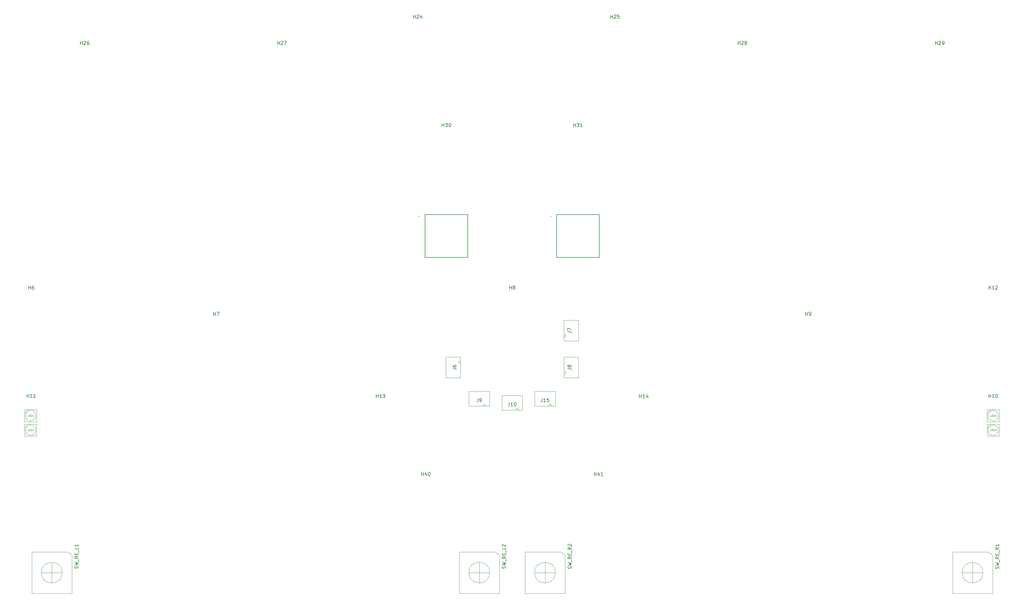
<source format=gbr>
G04 #@! TF.GenerationSoftware,KiCad,Pcbnew,(6.0.10-0)*
G04 #@! TF.CreationDate,2023-02-15T16:38:13+09:00*
G04 #@! TF.ProjectId,Sandy,53616e64-792e-46b6-9963-61645f706362,v.0*
G04 #@! TF.SameCoordinates,Original*
G04 #@! TF.FileFunction,AssemblyDrawing,Top*
%FSLAX46Y46*%
G04 Gerber Fmt 4.6, Leading zero omitted, Abs format (unit mm)*
G04 Created by KiCad (PCBNEW (6.0.10-0)) date 2023-02-15 16:38:13*
%MOMM*%
%LPD*%
G01*
G04 APERTURE LIST*
%ADD10C,0.100000*%
%ADD11C,0.150000*%
%ADD12C,0.120000*%
%ADD13C,0.127000*%
%ADD14C,0.200000*%
G04 APERTURE END LIST*
D10*
X23898911Y-140057720D02*
X23660815Y-140057720D01*
X23660815Y-139557720D01*
X24065577Y-139795815D02*
X24232244Y-139795815D01*
X24303673Y-140057720D02*
X24065577Y-140057720D01*
X24065577Y-139557720D01*
X24303673Y-139557720D01*
X24517958Y-140057720D02*
X24517958Y-139557720D01*
X24637006Y-139557720D01*
X24708435Y-139581530D01*
X24756054Y-139629149D01*
X24779863Y-139676768D01*
X24803673Y-139772006D01*
X24803673Y-139843434D01*
X24779863Y-139938672D01*
X24756054Y-139986291D01*
X24708435Y-140033910D01*
X24637006Y-140057720D01*
X24517958Y-140057720D01*
X25279863Y-140057720D02*
X24994149Y-140057720D01*
X25137006Y-140057720D02*
X25137006Y-139557720D01*
X25089387Y-139629149D01*
X25041768Y-139676768D01*
X24994149Y-139700577D01*
X23898911Y-144257720D02*
X23660815Y-144257720D01*
X23660815Y-143757720D01*
X24065577Y-143995815D02*
X24232244Y-143995815D01*
X24303673Y-144257720D02*
X24065577Y-144257720D01*
X24065577Y-143757720D01*
X24303673Y-143757720D01*
X24517958Y-144257720D02*
X24517958Y-143757720D01*
X24637006Y-143757720D01*
X24708435Y-143781530D01*
X24756054Y-143829149D01*
X24779863Y-143876768D01*
X24803673Y-143972006D01*
X24803673Y-144043434D01*
X24779863Y-144138672D01*
X24756054Y-144186291D01*
X24708435Y-144233910D01*
X24637006Y-144257720D01*
X24517958Y-144257720D01*
X24994149Y-143805339D02*
X25017958Y-143781530D01*
X25065577Y-143757720D01*
X25184625Y-143757720D01*
X25232244Y-143781530D01*
X25256054Y-143805339D01*
X25279863Y-143852958D01*
X25279863Y-143900577D01*
X25256054Y-143972006D01*
X24970339Y-144257720D01*
X25279863Y-144257720D01*
X302698911Y-140057720D02*
X302460815Y-140057720D01*
X302460815Y-139557720D01*
X302865577Y-139795815D02*
X303032244Y-139795815D01*
X303103673Y-140057720D02*
X302865577Y-140057720D01*
X302865577Y-139557720D01*
X303103673Y-139557720D01*
X303317958Y-140057720D02*
X303317958Y-139557720D01*
X303437006Y-139557720D01*
X303508435Y-139581530D01*
X303556054Y-139629149D01*
X303579863Y-139676768D01*
X303603673Y-139772006D01*
X303603673Y-139843434D01*
X303579863Y-139938672D01*
X303556054Y-139986291D01*
X303508435Y-140033910D01*
X303437006Y-140057720D01*
X303317958Y-140057720D01*
X303770339Y-139557720D02*
X304079863Y-139557720D01*
X303913196Y-139748196D01*
X303984625Y-139748196D01*
X304032244Y-139772006D01*
X304056054Y-139795815D01*
X304079863Y-139843434D01*
X304079863Y-139962482D01*
X304056054Y-140010101D01*
X304032244Y-140033910D01*
X303984625Y-140057720D01*
X303841768Y-140057720D01*
X303794149Y-140033910D01*
X303770339Y-140010101D01*
X302698911Y-144257720D02*
X302460815Y-144257720D01*
X302460815Y-143757720D01*
X302865577Y-143995815D02*
X303032244Y-143995815D01*
X303103673Y-144257720D02*
X302865577Y-144257720D01*
X302865577Y-143757720D01*
X303103673Y-143757720D01*
X303317958Y-144257720D02*
X303317958Y-143757720D01*
X303437006Y-143757720D01*
X303508435Y-143781530D01*
X303556054Y-143829149D01*
X303579863Y-143876768D01*
X303603673Y-143972006D01*
X303603673Y-144043434D01*
X303579863Y-144138672D01*
X303556054Y-144186291D01*
X303508435Y-144233910D01*
X303437006Y-144257720D01*
X303317958Y-144257720D01*
X304032244Y-143924387D02*
X304032244Y-144257720D01*
X303913196Y-143733910D02*
X303794149Y-144091053D01*
X304103673Y-144091053D01*
D11*
X304889356Y-184204509D02*
X304936975Y-184061651D01*
X304936975Y-183823556D01*
X304889356Y-183728318D01*
X304841737Y-183680699D01*
X304746499Y-183633080D01*
X304651261Y-183633080D01*
X304556023Y-183680699D01*
X304508404Y-183728318D01*
X304460785Y-183823556D01*
X304413166Y-184014032D01*
X304365547Y-184109270D01*
X304317928Y-184156890D01*
X304222690Y-184204509D01*
X304127452Y-184204509D01*
X304032214Y-184156890D01*
X303984595Y-184109270D01*
X303936975Y-184014032D01*
X303936975Y-183775937D01*
X303984595Y-183633080D01*
X303936975Y-183299747D02*
X304936975Y-183061651D01*
X304222690Y-182871175D01*
X304936975Y-182680699D01*
X303936975Y-182442604D01*
X305032214Y-182299747D02*
X305032214Y-181537842D01*
X304936975Y-180728318D02*
X304460785Y-181061651D01*
X304936975Y-181299747D02*
X303936975Y-181299747D01*
X303936975Y-180918794D01*
X303984595Y-180823556D01*
X304032214Y-180775937D01*
X304127452Y-180728318D01*
X304270309Y-180728318D01*
X304365547Y-180775937D01*
X304413166Y-180823556D01*
X304460785Y-180918794D01*
X304460785Y-181299747D01*
X304413166Y-180299747D02*
X304413166Y-179966413D01*
X304936975Y-179823556D02*
X304936975Y-180299747D01*
X303936975Y-180299747D01*
X303936975Y-179823556D01*
X305032214Y-179633080D02*
X305032214Y-178871175D01*
X304936975Y-178061651D02*
X304460785Y-178394985D01*
X304936975Y-178633080D02*
X303936975Y-178633080D01*
X303936975Y-178252128D01*
X303984595Y-178156890D01*
X304032214Y-178109270D01*
X304127452Y-178061651D01*
X304270309Y-178061651D01*
X304365547Y-178109270D01*
X304413166Y-178156890D01*
X304460785Y-178252128D01*
X304460785Y-178633080D01*
X304936975Y-177109270D02*
X304936975Y-177680699D01*
X304936975Y-177394985D02*
X303936975Y-177394985D01*
X304079833Y-177490223D01*
X304175071Y-177585461D01*
X304222690Y-177680699D01*
X180054565Y-126158613D02*
X180768851Y-126158613D01*
X180911708Y-126206232D01*
X181006946Y-126301470D01*
X181054565Y-126444327D01*
X181054565Y-126539565D01*
X180483137Y-125539565D02*
X180435518Y-125634803D01*
X180387899Y-125682422D01*
X180292661Y-125730041D01*
X180245042Y-125730041D01*
X180149804Y-125682422D01*
X180102185Y-125634803D01*
X180054565Y-125539565D01*
X180054565Y-125349089D01*
X180102185Y-125253851D01*
X180149804Y-125206232D01*
X180245042Y-125158613D01*
X180292661Y-125158613D01*
X180387899Y-125206232D01*
X180435518Y-125253851D01*
X180483137Y-125349089D01*
X180483137Y-125539565D01*
X180530756Y-125634803D01*
X180578375Y-125682422D01*
X180673613Y-125730041D01*
X180864089Y-125730041D01*
X180959327Y-125682422D01*
X181006946Y-125634803D01*
X181054565Y-125539565D01*
X181054565Y-125349089D01*
X181006946Y-125253851D01*
X180959327Y-125206232D01*
X180864089Y-125158613D01*
X180673613Y-125158613D01*
X180578375Y-125206232D01*
X180530756Y-125253851D01*
X180483137Y-125349089D01*
X301998464Y-134612035D02*
X301998464Y-133612035D01*
X301998464Y-134088226D02*
X302569893Y-134088226D01*
X302569893Y-134612035D02*
X302569893Y-133612035D01*
X303569893Y-134612035D02*
X302998464Y-134612035D01*
X303284179Y-134612035D02*
X303284179Y-133612035D01*
X303188940Y-133754893D01*
X303093702Y-133850131D01*
X302998464Y-133897750D01*
X304188940Y-133612035D02*
X304284179Y-133612035D01*
X304379417Y-133659655D01*
X304427036Y-133707274D01*
X304474655Y-133802512D01*
X304522274Y-133992988D01*
X304522274Y-134231083D01*
X304474655Y-134421559D01*
X304427036Y-134516797D01*
X304379417Y-134564416D01*
X304284179Y-134612035D01*
X304188940Y-134612035D01*
X304093702Y-134564416D01*
X304046083Y-134516797D01*
X303998464Y-134421559D01*
X303950845Y-134231083D01*
X303950845Y-133992988D01*
X303998464Y-133802512D01*
X304046083Y-133707274D01*
X304093702Y-133659655D01*
X304188940Y-133612035D01*
X154075101Y-134802660D02*
X154075101Y-135516946D01*
X154027482Y-135659803D01*
X153932244Y-135755041D01*
X153789387Y-135802660D01*
X153694149Y-135802660D01*
X154598911Y-135802660D02*
X154789387Y-135802660D01*
X154884625Y-135755041D01*
X154932244Y-135707422D01*
X155027482Y-135564565D01*
X155075101Y-135374089D01*
X155075101Y-134993137D01*
X155027482Y-134897899D01*
X154979863Y-134850280D01*
X154884625Y-134802660D01*
X154694149Y-134802660D01*
X154598911Y-134850280D01*
X154551292Y-134897899D01*
X154503673Y-134993137D01*
X154503673Y-135231232D01*
X154551292Y-135326470D01*
X154598911Y-135374089D01*
X154694149Y-135421708D01*
X154884625Y-135421708D01*
X154979863Y-135374089D01*
X155027482Y-135326470D01*
X155075101Y-135231232D01*
X38188236Y-184109270D02*
X38235855Y-183966413D01*
X38235855Y-183728318D01*
X38188236Y-183633080D01*
X38140617Y-183585461D01*
X38045379Y-183537842D01*
X37950141Y-183537842D01*
X37854903Y-183585461D01*
X37807284Y-183633080D01*
X37759665Y-183728318D01*
X37712046Y-183918794D01*
X37664427Y-184014032D01*
X37616808Y-184061651D01*
X37521570Y-184109270D01*
X37426332Y-184109270D01*
X37331094Y-184061651D01*
X37283475Y-184014032D01*
X37235855Y-183918794D01*
X37235855Y-183680699D01*
X37283475Y-183537842D01*
X37235855Y-183204509D02*
X38235855Y-182966413D01*
X37521570Y-182775937D01*
X38235855Y-182585461D01*
X37235855Y-182347366D01*
X38331094Y-182204509D02*
X38331094Y-181442604D01*
X38235855Y-180633080D02*
X37759665Y-180966413D01*
X38235855Y-181204509D02*
X37235855Y-181204509D01*
X37235855Y-180823556D01*
X37283475Y-180728318D01*
X37331094Y-180680699D01*
X37426332Y-180633080D01*
X37569189Y-180633080D01*
X37664427Y-180680699D01*
X37712046Y-180728318D01*
X37759665Y-180823556D01*
X37759665Y-181204509D01*
X37712046Y-180204509D02*
X37712046Y-179871175D01*
X38235855Y-179728318D02*
X38235855Y-180204509D01*
X37235855Y-180204509D01*
X37235855Y-179728318D01*
X38331094Y-179537842D02*
X38331094Y-178775937D01*
X38235855Y-178061651D02*
X38235855Y-178537842D01*
X37235855Y-178537842D01*
X38235855Y-177204509D02*
X38235855Y-177775937D01*
X38235855Y-177490223D02*
X37235855Y-177490223D01*
X37378713Y-177585461D01*
X37473951Y-177680699D01*
X37521570Y-177775937D01*
X180054565Y-115442988D02*
X180768851Y-115442988D01*
X180911708Y-115490607D01*
X181006946Y-115585845D01*
X181054565Y-115728702D01*
X181054565Y-115823940D01*
X180054565Y-115062035D02*
X180054565Y-114395369D01*
X181054565Y-114823940D01*
X23873002Y-103167160D02*
X23873002Y-102167160D01*
X23873002Y-102643351D02*
X24444430Y-102643351D01*
X24444430Y-103167160D02*
X24444430Y-102167160D01*
X25349192Y-102167160D02*
X25158716Y-102167160D01*
X25063478Y-102214780D01*
X25015859Y-102262399D01*
X24920621Y-102405256D01*
X24873002Y-102595732D01*
X24873002Y-102976684D01*
X24920621Y-103071922D01*
X24968240Y-103119541D01*
X25063478Y-103167160D01*
X25253954Y-103167160D01*
X25349192Y-103119541D01*
X25396811Y-103071922D01*
X25444430Y-102976684D01*
X25444430Y-102738589D01*
X25396811Y-102643351D01*
X25349192Y-102595732D01*
X25253954Y-102548113D01*
X25063478Y-102548113D01*
X24968240Y-102595732D01*
X24920621Y-102643351D01*
X24873002Y-102738589D01*
X135310964Y-24585910D02*
X135310964Y-23585910D01*
X135310964Y-24062101D02*
X135882393Y-24062101D01*
X135882393Y-24585910D02*
X135882393Y-23585910D01*
X136310964Y-23681149D02*
X136358583Y-23633530D01*
X136453821Y-23585910D01*
X136691917Y-23585910D01*
X136787155Y-23633530D01*
X136834774Y-23681149D01*
X136882393Y-23776387D01*
X136882393Y-23871625D01*
X136834774Y-24014482D01*
X136263345Y-24585910D01*
X136882393Y-24585910D01*
X137739536Y-23919244D02*
X137739536Y-24585910D01*
X137501440Y-23538291D02*
X137263345Y-24252577D01*
X137882393Y-24252577D01*
X229370339Y-32218285D02*
X229370339Y-31218285D01*
X229370339Y-31694476D02*
X229941768Y-31694476D01*
X229941768Y-32218285D02*
X229941768Y-31218285D01*
X230370339Y-31313524D02*
X230417958Y-31265905D01*
X230513196Y-31218285D01*
X230751292Y-31218285D01*
X230846530Y-31265905D01*
X230894149Y-31313524D01*
X230941768Y-31408762D01*
X230941768Y-31504000D01*
X230894149Y-31646857D01*
X230322720Y-32218285D01*
X230941768Y-32218285D01*
X231513196Y-31646857D02*
X231417958Y-31599238D01*
X231370339Y-31551619D01*
X231322720Y-31456381D01*
X231322720Y-31408762D01*
X231370339Y-31313524D01*
X231417958Y-31265905D01*
X231513196Y-31218285D01*
X231703673Y-31218285D01*
X231798911Y-31265905D01*
X231846530Y-31313524D01*
X231894149Y-31408762D01*
X231894149Y-31456381D01*
X231846530Y-31551619D01*
X231798911Y-31599238D01*
X231703673Y-31646857D01*
X231513196Y-31646857D01*
X231417958Y-31694476D01*
X231370339Y-31742095D01*
X231322720Y-31837333D01*
X231322720Y-32027809D01*
X231370339Y-32123047D01*
X231417958Y-32170666D01*
X231513196Y-32218285D01*
X231703673Y-32218285D01*
X231798911Y-32170666D01*
X231846530Y-32123047D01*
X231894149Y-32027809D01*
X231894149Y-31837333D01*
X231846530Y-31742095D01*
X231798911Y-31694476D01*
X231703673Y-31646857D01*
X96020339Y-32218285D02*
X96020339Y-31218285D01*
X96020339Y-31694476D02*
X96591768Y-31694476D01*
X96591768Y-32218285D02*
X96591768Y-31218285D01*
X97020339Y-31313524D02*
X97067958Y-31265905D01*
X97163196Y-31218285D01*
X97401292Y-31218285D01*
X97496530Y-31265905D01*
X97544149Y-31313524D01*
X97591768Y-31408762D01*
X97591768Y-31504000D01*
X97544149Y-31646857D01*
X96972720Y-32218285D01*
X97591768Y-32218285D01*
X97925101Y-31218285D02*
X98591768Y-31218285D01*
X98163196Y-32218285D01*
X163171530Y-103167160D02*
X163171530Y-102167160D01*
X163171530Y-102643351D02*
X163742958Y-102643351D01*
X163742958Y-103167160D02*
X163742958Y-102167160D01*
X164362006Y-102595732D02*
X164266768Y-102548113D01*
X164219149Y-102500494D01*
X164171530Y-102405256D01*
X164171530Y-102357637D01*
X164219149Y-102262399D01*
X164266768Y-102214780D01*
X164362006Y-102167160D01*
X164552482Y-102167160D01*
X164647720Y-102214780D01*
X164695339Y-102262399D01*
X164742958Y-102357637D01*
X164742958Y-102405256D01*
X164695339Y-102500494D01*
X164647720Y-102548113D01*
X164552482Y-102595732D01*
X164362006Y-102595732D01*
X164266768Y-102643351D01*
X164219149Y-102690970D01*
X164171530Y-102786208D01*
X164171530Y-102976684D01*
X164219149Y-103071922D01*
X164266768Y-103119541D01*
X164362006Y-103167160D01*
X164552482Y-103167160D01*
X164647720Y-103119541D01*
X164695339Y-103071922D01*
X164742958Y-102976684D01*
X164742958Y-102786208D01*
X164695339Y-102690970D01*
X164647720Y-102643351D01*
X164552482Y-102595732D01*
X77446530Y-110799535D02*
X77446530Y-109799535D01*
X77446530Y-110275726D02*
X78017958Y-110275726D01*
X78017958Y-110799535D02*
X78017958Y-109799535D01*
X78398911Y-109799535D02*
X79065577Y-109799535D01*
X78637006Y-110799535D01*
X200795339Y-134658910D02*
X200795339Y-133658910D01*
X200795339Y-134135101D02*
X201366768Y-134135101D01*
X201366768Y-134658910D02*
X201366768Y-133658910D01*
X202366768Y-134658910D02*
X201795339Y-134658910D01*
X202081054Y-134658910D02*
X202081054Y-133658910D01*
X201985815Y-133801768D01*
X201890577Y-133897006D01*
X201795339Y-133944625D01*
X203223911Y-133992244D02*
X203223911Y-134658910D01*
X202985815Y-133611291D02*
X202747720Y-134325577D01*
X203366768Y-134325577D01*
X163123911Y-135993285D02*
X163123911Y-136707571D01*
X163076292Y-136850428D01*
X162981054Y-136945666D01*
X162838196Y-136993285D01*
X162742958Y-136993285D01*
X164123911Y-136993285D02*
X163552482Y-136993285D01*
X163838196Y-136993285D02*
X163838196Y-135993285D01*
X163742958Y-136136143D01*
X163647720Y-136231381D01*
X163552482Y-136279000D01*
X164742958Y-135993285D02*
X164838196Y-135993285D01*
X164933435Y-136040905D01*
X164981054Y-136088524D01*
X165028673Y-136183762D01*
X165076292Y-136374238D01*
X165076292Y-136612333D01*
X165028673Y-136802809D01*
X164981054Y-136898047D01*
X164933435Y-136945666D01*
X164838196Y-136993285D01*
X164742958Y-136993285D01*
X164647720Y-136945666D01*
X164600101Y-136898047D01*
X164552482Y-136802809D01*
X164504863Y-136612333D01*
X164504863Y-136374238D01*
X164552482Y-136183762D01*
X164600101Y-136088524D01*
X164647720Y-136040905D01*
X164742958Y-135993285D01*
X181745339Y-56030785D02*
X181745339Y-55030785D01*
X181745339Y-55506976D02*
X182316768Y-55506976D01*
X182316768Y-56030785D02*
X182316768Y-55030785D01*
X182697720Y-55030785D02*
X183316768Y-55030785D01*
X182983435Y-55411738D01*
X183126292Y-55411738D01*
X183221530Y-55459357D01*
X183269149Y-55506976D01*
X183316768Y-55602214D01*
X183316768Y-55840309D01*
X183269149Y-55935547D01*
X183221530Y-55983166D01*
X183126292Y-56030785D01*
X182840577Y-56030785D01*
X182745339Y-55983166D01*
X182697720Y-55935547D01*
X184269149Y-56030785D02*
X183697720Y-56030785D01*
X183983435Y-56030785D02*
X183983435Y-55030785D01*
X183888196Y-55173643D01*
X183792958Y-55268881D01*
X183697720Y-55316500D01*
X143645339Y-56030785D02*
X143645339Y-55030785D01*
X143645339Y-55506976D02*
X144216768Y-55506976D01*
X144216768Y-56030785D02*
X144216768Y-55030785D01*
X144597720Y-55030785D02*
X145216768Y-55030785D01*
X144883435Y-55411738D01*
X145026292Y-55411738D01*
X145121530Y-55459357D01*
X145169149Y-55506976D01*
X145216768Y-55602214D01*
X145216768Y-55840309D01*
X145169149Y-55935547D01*
X145121530Y-55983166D01*
X145026292Y-56030785D01*
X144740577Y-56030785D01*
X144645339Y-55983166D01*
X144597720Y-55935547D01*
X145835815Y-55030785D02*
X145931054Y-55030785D01*
X146026292Y-55078405D01*
X146073911Y-55126024D01*
X146121530Y-55221262D01*
X146169149Y-55411738D01*
X146169149Y-55649833D01*
X146121530Y-55840309D01*
X146073911Y-55935547D01*
X146026292Y-55983166D01*
X145931054Y-56030785D01*
X145835815Y-56030785D01*
X145740577Y-55983166D01*
X145692958Y-55935547D01*
X145645339Y-55840309D01*
X145597720Y-55649833D01*
X145597720Y-55411738D01*
X145645339Y-55221262D01*
X145692958Y-55126024D01*
X145740577Y-55078405D01*
X145835815Y-55030785D01*
X181063236Y-184204509D02*
X181110855Y-184061651D01*
X181110855Y-183823556D01*
X181063236Y-183728318D01*
X181015617Y-183680699D01*
X180920379Y-183633080D01*
X180825141Y-183633080D01*
X180729903Y-183680699D01*
X180682284Y-183728318D01*
X180634665Y-183823556D01*
X180587046Y-184014032D01*
X180539427Y-184109270D01*
X180491808Y-184156890D01*
X180396570Y-184204509D01*
X180301332Y-184204509D01*
X180206094Y-184156890D01*
X180158475Y-184109270D01*
X180110855Y-184014032D01*
X180110855Y-183775937D01*
X180158475Y-183633080D01*
X180110855Y-183299747D02*
X181110855Y-183061651D01*
X180396570Y-182871175D01*
X181110855Y-182680699D01*
X180110855Y-182442604D01*
X181206094Y-182299747D02*
X181206094Y-181537842D01*
X181110855Y-180728318D02*
X180634665Y-181061651D01*
X181110855Y-181299747D02*
X180110855Y-181299747D01*
X180110855Y-180918794D01*
X180158475Y-180823556D01*
X180206094Y-180775937D01*
X180301332Y-180728318D01*
X180444189Y-180728318D01*
X180539427Y-180775937D01*
X180587046Y-180823556D01*
X180634665Y-180918794D01*
X180634665Y-181299747D01*
X180587046Y-180299747D02*
X180587046Y-179966413D01*
X181110855Y-179823556D02*
X181110855Y-180299747D01*
X180110855Y-180299747D01*
X180110855Y-179823556D01*
X181206094Y-179633080D02*
X181206094Y-178871175D01*
X181110855Y-178061651D02*
X180634665Y-178394985D01*
X181110855Y-178633080D02*
X180110855Y-178633080D01*
X180110855Y-178252128D01*
X180158475Y-178156890D01*
X180206094Y-178109270D01*
X180301332Y-178061651D01*
X180444189Y-178061651D01*
X180539427Y-178109270D01*
X180587046Y-178156890D01*
X180634665Y-178252128D01*
X180634665Y-178633080D01*
X180206094Y-177680699D02*
X180158475Y-177633080D01*
X180110855Y-177537842D01*
X180110855Y-177299747D01*
X180158475Y-177204509D01*
X180206094Y-177156890D01*
X180301332Y-177109270D01*
X180396570Y-177109270D01*
X180539427Y-177156890D01*
X181110855Y-177728318D01*
X181110855Y-177109270D01*
X192460964Y-24585910D02*
X192460964Y-23585910D01*
X192460964Y-24062101D02*
X193032393Y-24062101D01*
X193032393Y-24585910D02*
X193032393Y-23585910D01*
X193460964Y-23681149D02*
X193508583Y-23633530D01*
X193603821Y-23585910D01*
X193841917Y-23585910D01*
X193937155Y-23633530D01*
X193984774Y-23681149D01*
X194032393Y-23776387D01*
X194032393Y-23871625D01*
X193984774Y-24014482D01*
X193413345Y-24585910D01*
X194032393Y-24585910D01*
X194937155Y-23585910D02*
X194460964Y-23585910D01*
X194413345Y-24062101D01*
X194460964Y-24014482D01*
X194556202Y-23966863D01*
X194794298Y-23966863D01*
X194889536Y-24014482D01*
X194937155Y-24062101D01*
X194984774Y-24157339D01*
X194984774Y-24395434D01*
X194937155Y-24490672D01*
X194889536Y-24538291D01*
X194794298Y-24585910D01*
X194556202Y-24585910D01*
X194460964Y-24538291D01*
X194413345Y-24490672D01*
X146717065Y-126158613D02*
X147431351Y-126158613D01*
X147574208Y-126206232D01*
X147669446Y-126301470D01*
X147717065Y-126444327D01*
X147717065Y-126539565D01*
X146717065Y-125253851D02*
X146717065Y-125444327D01*
X146764685Y-125539565D01*
X146812304Y-125587184D01*
X146955161Y-125682422D01*
X147145637Y-125730041D01*
X147526589Y-125730041D01*
X147621827Y-125682422D01*
X147669446Y-125634803D01*
X147717065Y-125539565D01*
X147717065Y-125349089D01*
X147669446Y-125253851D01*
X147621827Y-125206232D01*
X147526589Y-125158613D01*
X147288494Y-125158613D01*
X147193256Y-125206232D01*
X147145637Y-125253851D01*
X147098018Y-125349089D01*
X147098018Y-125539565D01*
X147145637Y-125634803D01*
X147193256Y-125682422D01*
X147288494Y-125730041D01*
X172648911Y-134802660D02*
X172648911Y-135516946D01*
X172601292Y-135659803D01*
X172506054Y-135755041D01*
X172363196Y-135802660D01*
X172267958Y-135802660D01*
X173648911Y-135802660D02*
X173077482Y-135802660D01*
X173363196Y-135802660D02*
X173363196Y-134802660D01*
X173267958Y-134945518D01*
X173172720Y-135040756D01*
X173077482Y-135088375D01*
X174553673Y-134802660D02*
X174077482Y-134802660D01*
X174029863Y-135278851D01*
X174077482Y-135231232D01*
X174172720Y-135183613D01*
X174410815Y-135183613D01*
X174506054Y-135231232D01*
X174553673Y-135278851D01*
X174601292Y-135374089D01*
X174601292Y-135612184D01*
X174553673Y-135707422D01*
X174506054Y-135755041D01*
X174410815Y-135802660D01*
X174172720Y-135802660D01*
X174077482Y-135755041D01*
X174029863Y-135707422D01*
X137692214Y-157233910D02*
X137692214Y-156233910D01*
X137692214Y-156710101D02*
X138263643Y-156710101D01*
X138263643Y-157233910D02*
X138263643Y-156233910D01*
X139168405Y-156567244D02*
X139168405Y-157233910D01*
X138930310Y-156186291D02*
X138692214Y-156900577D01*
X139311262Y-156900577D01*
X139882690Y-156233910D02*
X139977929Y-156233910D01*
X140073167Y-156281530D01*
X140120786Y-156329149D01*
X140168405Y-156424387D01*
X140216024Y-156614863D01*
X140216024Y-156852958D01*
X140168405Y-157043434D01*
X140120786Y-157138672D01*
X140073167Y-157186291D01*
X139977929Y-157233910D01*
X139882690Y-157233910D01*
X139787452Y-157186291D01*
X139739833Y-157138672D01*
X139692214Y-157043434D01*
X139644595Y-156852958D01*
X139644595Y-156614863D01*
X139692214Y-156424387D01*
X139739833Y-156329149D01*
X139787452Y-156281530D01*
X139882690Y-156233910D01*
X286520339Y-32218285D02*
X286520339Y-31218285D01*
X286520339Y-31694476D02*
X287091768Y-31694476D01*
X287091768Y-32218285D02*
X287091768Y-31218285D01*
X287520339Y-31313524D02*
X287567958Y-31265905D01*
X287663196Y-31218285D01*
X287901292Y-31218285D01*
X287996530Y-31265905D01*
X288044149Y-31313524D01*
X288091768Y-31408762D01*
X288091768Y-31504000D01*
X288044149Y-31646857D01*
X287472720Y-32218285D01*
X288091768Y-32218285D01*
X288567958Y-32218285D02*
X288758435Y-32218285D01*
X288853673Y-32170666D01*
X288901292Y-32123047D01*
X288996530Y-31980190D01*
X289044149Y-31789714D01*
X289044149Y-31408762D01*
X288996530Y-31313524D01*
X288948911Y-31265905D01*
X288853673Y-31218285D01*
X288663196Y-31218285D01*
X288567958Y-31265905D01*
X288520339Y-31313524D01*
X288472720Y-31408762D01*
X288472720Y-31646857D01*
X288520339Y-31742095D01*
X288567958Y-31789714D01*
X288663196Y-31837333D01*
X288853673Y-31837333D01*
X288948911Y-31789714D01*
X288996530Y-31742095D01*
X289044149Y-31646857D01*
X248896530Y-110799535D02*
X248896530Y-109799535D01*
X248896530Y-110275726D02*
X249467958Y-110275726D01*
X249467958Y-110799535D02*
X249467958Y-109799535D01*
X249991768Y-110799535D02*
X250182244Y-110799535D01*
X250277482Y-110751916D01*
X250325101Y-110704297D01*
X250420339Y-110561440D01*
X250467958Y-110370964D01*
X250467958Y-109990012D01*
X250420339Y-109894774D01*
X250372720Y-109847155D01*
X250277482Y-109799535D01*
X250087006Y-109799535D01*
X249991768Y-109847155D01*
X249944149Y-109894774D01*
X249896530Y-109990012D01*
X249896530Y-110228107D01*
X249944149Y-110323345D01*
X249991768Y-110370964D01*
X250087006Y-110418583D01*
X250277482Y-110418583D01*
X250372720Y-110370964D01*
X250420339Y-110323345D01*
X250467958Y-110228107D01*
X124595339Y-134612035D02*
X124595339Y-133612035D01*
X124595339Y-134088226D02*
X125166768Y-134088226D01*
X125166768Y-134612035D02*
X125166768Y-133612035D01*
X126166768Y-134612035D02*
X125595339Y-134612035D01*
X125881054Y-134612035D02*
X125881054Y-133612035D01*
X125785815Y-133754893D01*
X125690577Y-133850131D01*
X125595339Y-133897750D01*
X126500101Y-133612035D02*
X127119149Y-133612035D01*
X126785815Y-133992988D01*
X126928673Y-133992988D01*
X127023911Y-134040607D01*
X127071530Y-134088226D01*
X127119149Y-134183464D01*
X127119149Y-134421559D01*
X127071530Y-134516797D01*
X127023911Y-134564416D01*
X126928673Y-134612035D01*
X126642958Y-134612035D01*
X126547720Y-134564416D01*
X126500101Y-134516797D01*
X23392214Y-134612035D02*
X23392214Y-133612035D01*
X23392214Y-134088226D02*
X23963643Y-134088226D01*
X23963643Y-134612035D02*
X23963643Y-133612035D01*
X24963643Y-134612035D02*
X24392214Y-134612035D01*
X24677929Y-134612035D02*
X24677929Y-133612035D01*
X24582690Y-133754893D01*
X24487452Y-133850131D01*
X24392214Y-133897750D01*
X25916024Y-134612035D02*
X25344595Y-134612035D01*
X25630310Y-134612035D02*
X25630310Y-133612035D01*
X25535071Y-133754893D01*
X25439833Y-133850131D01*
X25344595Y-133897750D01*
X162013236Y-184108910D02*
X162060855Y-183966053D01*
X162060855Y-183727958D01*
X162013236Y-183632720D01*
X161965617Y-183585101D01*
X161870379Y-183537482D01*
X161775141Y-183537482D01*
X161679903Y-183585101D01*
X161632284Y-183632720D01*
X161584665Y-183727958D01*
X161537046Y-183918434D01*
X161489427Y-184013672D01*
X161441808Y-184061291D01*
X161346570Y-184108910D01*
X161251332Y-184108910D01*
X161156094Y-184061291D01*
X161108475Y-184013672D01*
X161060855Y-183918434D01*
X161060855Y-183680339D01*
X161108475Y-183537482D01*
X161060855Y-183204149D02*
X162060855Y-182966053D01*
X161346570Y-182775577D01*
X162060855Y-182585101D01*
X161060855Y-182347006D01*
X162156094Y-182204149D02*
X162156094Y-181442244D01*
X162060855Y-180632720D02*
X161584665Y-180966053D01*
X162060855Y-181204149D02*
X161060855Y-181204149D01*
X161060855Y-180823196D01*
X161108475Y-180727958D01*
X161156094Y-180680339D01*
X161251332Y-180632720D01*
X161394189Y-180632720D01*
X161489427Y-180680339D01*
X161537046Y-180727958D01*
X161584665Y-180823196D01*
X161584665Y-181204149D01*
X161537046Y-180204149D02*
X161537046Y-179870815D01*
X162060855Y-179727958D02*
X162060855Y-180204149D01*
X161060855Y-180204149D01*
X161060855Y-179727958D01*
X162156094Y-179537482D02*
X162156094Y-178775577D01*
X162060855Y-178061291D02*
X162060855Y-178537482D01*
X161060855Y-178537482D01*
X161156094Y-177775577D02*
X161108475Y-177727958D01*
X161060855Y-177632720D01*
X161060855Y-177394625D01*
X161108475Y-177299387D01*
X161156094Y-177251768D01*
X161251332Y-177204149D01*
X161346570Y-177204149D01*
X161489427Y-177251768D01*
X162060855Y-177823196D01*
X162060855Y-177204149D01*
X38870339Y-32218285D02*
X38870339Y-31218285D01*
X38870339Y-31694476D02*
X39441768Y-31694476D01*
X39441768Y-32218285D02*
X39441768Y-31218285D01*
X39870339Y-31313524D02*
X39917958Y-31265905D01*
X40013196Y-31218285D01*
X40251292Y-31218285D01*
X40346530Y-31265905D01*
X40394149Y-31313524D01*
X40441768Y-31408762D01*
X40441768Y-31504000D01*
X40394149Y-31646857D01*
X39822720Y-32218285D01*
X40441768Y-32218285D01*
X41298911Y-31218285D02*
X41108435Y-31218285D01*
X41013196Y-31265905D01*
X40965577Y-31313524D01*
X40870339Y-31456381D01*
X40822720Y-31646857D01*
X40822720Y-32027809D01*
X40870339Y-32123047D01*
X40917958Y-32170666D01*
X41013196Y-32218285D01*
X41203673Y-32218285D01*
X41298911Y-32170666D01*
X41346530Y-32123047D01*
X41394149Y-32027809D01*
X41394149Y-31789714D01*
X41346530Y-31694476D01*
X41298911Y-31646857D01*
X41203673Y-31599238D01*
X41013196Y-31599238D01*
X40917958Y-31646857D01*
X40870339Y-31694476D01*
X40822720Y-31789714D01*
X301998464Y-103167160D02*
X301998464Y-102167160D01*
X301998464Y-102643351D02*
X302569893Y-102643351D01*
X302569893Y-103167160D02*
X302569893Y-102167160D01*
X303569893Y-103167160D02*
X302998464Y-103167160D01*
X303284179Y-103167160D02*
X303284179Y-102167160D01*
X303188940Y-102310018D01*
X303093702Y-102405256D01*
X302998464Y-102452875D01*
X303950845Y-102262399D02*
X303998464Y-102214780D01*
X304093702Y-102167160D01*
X304331798Y-102167160D01*
X304427036Y-102214780D01*
X304474655Y-102262399D01*
X304522274Y-102357637D01*
X304522274Y-102452875D01*
X304474655Y-102595732D01*
X303903226Y-103167160D01*
X304522274Y-103167160D01*
X187698464Y-157233910D02*
X187698464Y-156233910D01*
X187698464Y-156710101D02*
X188269893Y-156710101D01*
X188269893Y-157233910D02*
X188269893Y-156233910D01*
X189174655Y-156567244D02*
X189174655Y-157233910D01*
X188936560Y-156186291D02*
X188698464Y-156900577D01*
X189317512Y-156900577D01*
X190222274Y-157233910D02*
X189650845Y-157233910D01*
X189936560Y-157233910D02*
X189936560Y-156233910D01*
X189841321Y-156376768D01*
X189746083Y-156472006D01*
X189650845Y-156519625D01*
D10*
X22708435Y-141581530D02*
X26208435Y-141581530D01*
X22708435Y-139081530D02*
X23708435Y-138081530D01*
X26208435Y-138081530D02*
X22708435Y-138081530D01*
X22708435Y-138081530D02*
X22708435Y-141581530D01*
X26208435Y-141581530D02*
X26208435Y-138081530D01*
X25958435Y-139831530D02*
G75*
G03*
X25958435Y-139831530I-1500000J0D01*
G01*
X26208435Y-145781530D02*
X26208435Y-142281530D01*
X22708435Y-142281530D02*
X22708435Y-145781530D01*
X22708435Y-145781530D02*
X26208435Y-145781530D01*
X22708435Y-143281530D02*
X23708435Y-142281530D01*
X26208435Y-142281530D02*
X22708435Y-142281530D01*
X25958435Y-144031530D02*
G75*
G03*
X25958435Y-144031530I-1500000J0D01*
G01*
X305008435Y-138081530D02*
X301508435Y-138081530D01*
X301508435Y-141581530D02*
X305008435Y-141581530D01*
X305008435Y-141581530D02*
X305008435Y-138081530D01*
X301508435Y-139081530D02*
X302508435Y-138081530D01*
X301508435Y-138081530D02*
X301508435Y-141581530D01*
X304758435Y-139831530D02*
G75*
G03*
X304758435Y-139831530I-1500000J0D01*
G01*
X305008435Y-142281530D02*
X301508435Y-142281530D01*
X305008435Y-145781530D02*
X305008435Y-142281530D01*
X301508435Y-142281530D02*
X301508435Y-145781530D01*
X301508435Y-143281530D02*
X302508435Y-142281530D01*
X301508435Y-145781530D02*
X305008435Y-145781530D01*
X304758435Y-144031530D02*
G75*
G03*
X304758435Y-144031530I-1500000J0D01*
G01*
D12*
X291484595Y-191356890D02*
X291484595Y-179356890D01*
X291484595Y-179356890D02*
X301984595Y-179356890D01*
X297284595Y-182356890D02*
X297284595Y-188356890D01*
X303084595Y-180356890D02*
X303084595Y-191356890D01*
X300284595Y-185356890D02*
X294284595Y-185356890D01*
X301984595Y-179356890D02*
X303084595Y-180356890D01*
X303084595Y-191356890D02*
X291484595Y-191356890D01*
X300284595Y-185356890D02*
G75*
G03*
X300284595Y-185356890I-3000000J0D01*
G01*
D13*
X151083435Y-81525280D02*
X151083435Y-93925280D01*
X138683435Y-81525280D02*
X151083435Y-81525280D01*
X138683435Y-93925280D02*
X138683435Y-81525280D01*
X151083435Y-93925280D02*
X138683435Y-93925280D01*
D14*
X137083435Y-82000280D02*
G75*
G03*
X137083435Y-82000280I-100000J0D01*
G01*
D10*
X178927185Y-127825280D02*
X179634292Y-127325280D01*
X179634292Y-127325280D02*
X178927185Y-126825280D01*
X178927185Y-122825280D02*
X183177185Y-122825280D01*
X178927185Y-128825280D02*
X178927185Y-122825280D01*
X178927185Y-128825280D02*
X183177185Y-128825280D01*
X183177185Y-128825280D02*
X183177185Y-122825280D01*
X151408435Y-137025280D02*
X151408435Y-132775280D01*
X157408435Y-137025280D02*
X151408435Y-137025280D01*
X155908435Y-136318173D02*
X155408435Y-137025280D01*
X157408435Y-137025280D02*
X157408435Y-132775280D01*
X156408435Y-137025280D02*
X155908435Y-136318173D01*
X157408435Y-132775280D02*
X151408435Y-132775280D01*
D12*
X33583475Y-185356890D02*
X27583475Y-185356890D01*
X30583475Y-182356890D02*
X30583475Y-188356890D01*
X35283475Y-179356890D02*
X36383475Y-180356890D01*
X24783475Y-179356890D02*
X35283475Y-179356890D01*
X36383475Y-191356890D02*
X24783475Y-191356890D01*
X24783475Y-191356890D02*
X24783475Y-179356890D01*
X36383475Y-180356890D02*
X36383475Y-191356890D01*
X33583475Y-185356890D02*
G75*
G03*
X33583475Y-185356890I-3000000J0D01*
G01*
D10*
X183177185Y-118109655D02*
X183177185Y-112109655D01*
X179634292Y-116609655D02*
X178927185Y-116109655D01*
X178927185Y-118109655D02*
X183177185Y-118109655D01*
X178927185Y-118109655D02*
X178927185Y-112109655D01*
X178927185Y-117109655D02*
X179634292Y-116609655D01*
X178927185Y-112109655D02*
X183177185Y-112109655D01*
X160933435Y-138215905D02*
X160933435Y-133965905D01*
X166933435Y-133965905D02*
X160933435Y-133965905D01*
X166933435Y-138215905D02*
X166933435Y-133965905D01*
X165933435Y-138215905D02*
X165433435Y-137508798D01*
X165433435Y-137508798D02*
X164933435Y-138215905D01*
X166933435Y-138215905D02*
X160933435Y-138215905D01*
D13*
X176783435Y-93925280D02*
X176783435Y-81525280D01*
X189183435Y-93925280D02*
X176783435Y-93925280D01*
X189183435Y-81525280D02*
X189183435Y-93925280D01*
X176783435Y-81525280D02*
X189183435Y-81525280D01*
D14*
X175183435Y-82000280D02*
G75*
G03*
X175183435Y-82000280I-100000J0D01*
G01*
D12*
X176458475Y-185356890D02*
X170458475Y-185356890D01*
X179258475Y-180356890D02*
X179258475Y-191356890D01*
X167658475Y-179356890D02*
X178158475Y-179356890D01*
X179258475Y-191356890D02*
X167658475Y-191356890D01*
X167658475Y-191356890D02*
X167658475Y-179356890D01*
X173458475Y-182356890D02*
X173458475Y-188356890D01*
X178158475Y-179356890D02*
X179258475Y-180356890D01*
X176458475Y-185356890D02*
G75*
G03*
X176458475Y-185356890I-3000000J0D01*
G01*
D10*
X148232578Y-124325280D02*
X148939685Y-124825280D01*
X148939685Y-123825280D02*
X148232578Y-124325280D01*
X148939685Y-122825280D02*
X144689685Y-122825280D01*
X144689685Y-122825280D02*
X144689685Y-128825280D01*
X148939685Y-128825280D02*
X144689685Y-128825280D01*
X148939685Y-122825280D02*
X148939685Y-128825280D01*
X176458435Y-137025280D02*
X176458435Y-132775280D01*
X176458435Y-137025280D02*
X170458435Y-137025280D01*
X175458435Y-137025280D02*
X174958435Y-136318173D01*
X170458435Y-137025280D02*
X170458435Y-132775280D01*
X176458435Y-132775280D02*
X170458435Y-132775280D01*
X174958435Y-136318173D02*
X174458435Y-137025280D01*
D12*
X148608475Y-191356530D02*
X148608475Y-179356530D01*
X159108475Y-179356530D02*
X160208475Y-180356530D01*
X160208475Y-191356530D02*
X148608475Y-191356530D01*
X157408475Y-185356530D02*
X151408475Y-185356530D01*
X148608475Y-179356530D02*
X159108475Y-179356530D01*
X154408475Y-182356530D02*
X154408475Y-188356530D01*
X160208475Y-180356530D02*
X160208475Y-191356530D01*
X157408475Y-185356530D02*
G75*
G03*
X157408475Y-185356530I-3000000J0D01*
G01*
M02*

</source>
